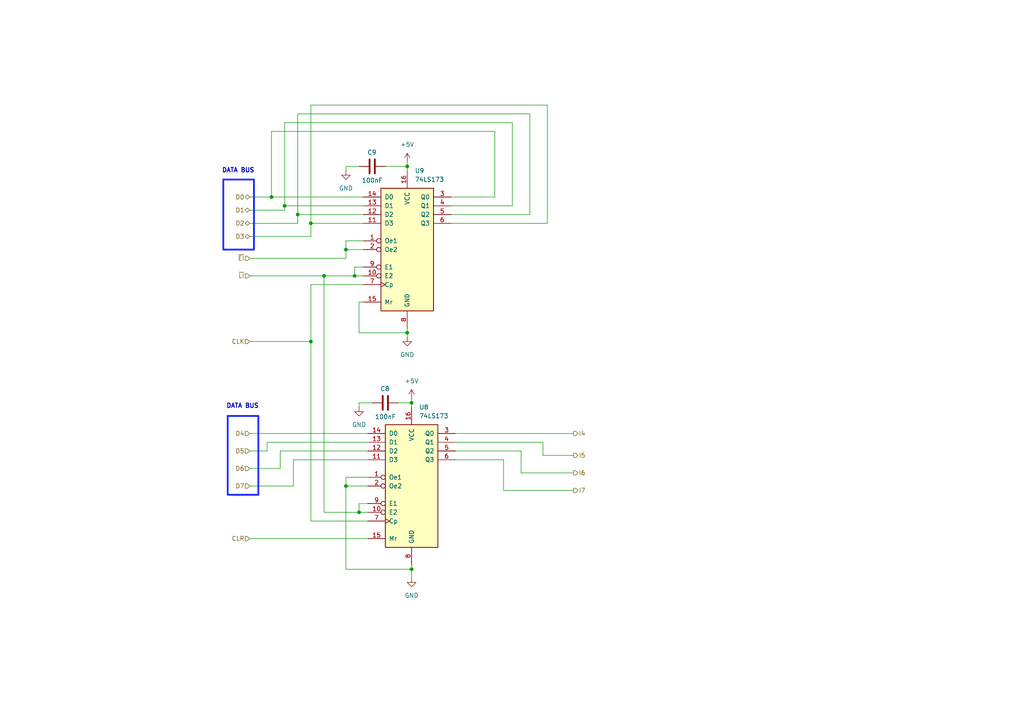
<source format=kicad_sch>
(kicad_sch (version 20231120) (generator "eeschema") (generator_version "8.0")
  (paper "A4")
  (title_block (title "ISAP-1 COMPUTER") (date "2024-11-27") (rev "Version 1") (comment 1 "by Linca Marius Gheorghe") (comment 3 "Instruction Register"))
  (lib_symbols
    (symbol "74xx:74LS173" (pin_names (offset 1.016))
      (property "Reference" "U" (at -7.62 19.05 0))
      (property "Value" "74LS173" (at -7.62 -19.05 0))
      (symbol "74LS173_1_0"
        (pin input inverted (at -12.7 2.54 0) (length 5.08) (name "Oe1") (number "1"))
        (pin input inverted (at -12.7 -7.62 0) (length 5.08) (name "E2") (number "10"))
        (pin input line (at -12.7 7.62 0) (length 5.08) (name "D3") (number "11"))
        (pin input line (at -12.7 10.16 0) (length 5.08) (name "D2") (number "12"))
        (pin input line (at -12.7 12.7 0) (length 5.08) (name "D1") (number "13"))
        (pin input line (at -12.7 15.24 0) (length 5.08) (name "D0") (number "14"))
        (pin input line (at -12.7 -15.24 0) (length 5.08) (name "Mr") (number "15"))
        (pin power_in line (at 0 22.86 270) (length 5.08) (name "VCC") (number "16"))
        (pin input inverted (at -12.7 0 0) (length 5.08) (name "Oe2") (number "2"))
        (pin tri_state line (at 12.7 15.24 180) (length 5.08) (name "Q0") (number "3"))
        (pin tri_state line (at 12.7 12.7 180) (length 5.08) (name "Q1") (number "4"))
        (pin tri_state line (at 12.7 10.16 180) (length 5.08) (name "Q2") (number "5"))
        (pin tri_state line (at 12.7 7.62 180) (length 5.08) (name "Q3") (number "6"))
        (pin input clock (at -12.7 -10.16 0) (length 5.08) (name "Cp") (number "7"))
        (pin power_in line (at 0 -22.86 90) (length 5.08) (name "GND") (number "8"))
        (pin input inverted (at -12.7 -5.08 0) (length 5.08) (name "E1") (number "9"))
      )
      (symbol "74LS173_1_1"
        (rectangle (start -7.62 17.78) (end 7.62 -17.78) (stroke (width 0.254)) (fill (type background)))
      )
    )
    (symbol "Device:C" (pin_numbers hide) (pin_names (offset 0.254))
      (property "Reference" "C" (at 0.635 2.54 0))
      (property "Value" "C" (at 0.635 -2.54 0))
      (symbol "C_0_1"
        (polyline (pts (xy -2.032 -0.762) (xy 2.032 -0.762)) (stroke (width 0.508)))
        (polyline (pts (xy -2.032 0.762) (xy 2.032 0.762)) (stroke (width 0.508)))
      )
      (symbol "C_1_1"
        (pin passive line (at 0 3.81 270) (length 2.794) (name "~") (number "1"))
        (pin passive line (at 0 -3.81 90) (length 2.794) (name "~") (number "2"))
      )
    )
    (symbol "power:+5V" (power) (pin_numbers hide) (pin_names (offset 0) hide)
      (property "Value" "+5V" (at 0 3.556 0))
      (symbol "+5V_0_1"
        (polyline (pts (xy -0.762 1.27) (xy 0 2.54)))
        (polyline (pts (xy 0 0) (xy 0 2.54)))
        (polyline (pts (xy 0 2.54) (xy 0.762 1.27)))
      )
      (symbol "+5V_1_1"
        (pin power_in line (at 0 0 90) (length 0) (name "~") (number "1"))
      )
    )
    (symbol "power:GND" (power) (pin_numbers hide) (pin_names (offset 0) hide)
      (property "Value" "GND" (at 0 -3.81 0))
      (symbol "GND_0_1"
        (polyline (pts (xy 0 0) (xy 0 -1.27) (xy 1.27 -1.27) (xy 0 -2.54) (xy -1.27 -1.27) (xy 0 -1.27)))
      )
      (symbol "GND_1_1"
        (pin power_in line (at 0 0 270) (length 0) (name "~") (number "1"))
      )
    )
  )
  (junction (at 86.36 62.23))
  (junction (at 118.11 48.26))
  (junction (at 93.98 80.01))
  (junction (at 119.38 116.84))
  (junction (at 78.74 57.15))
  (junction (at 90.17 64.77))
  (junction (at 100.33 72.39))
  (junction (at 82.55 59.69))
  (junction (at 118.11 96.52))
  (junction (at 119.38 165.1))
  (junction (at 104.14 148.59))
  (junction (at 102.87 80.01))
  (junction (at 100.33 140.97))
  (junction (at 90.17 99.06))
  (wire (pts (xy 77.47 128.27) (xy 77.47 130.81)))
  (wire (pts (xy 85.09 133.35) (xy 85.09 140.97)))
  (wire (pts (xy 106.68 128.27) (xy 77.47 128.27)))
  (wire (pts (xy 111.76 48.26) (xy 118.11 48.26)))
  (wire (pts (xy 132.08 125.73) (xy 166.37 125.73)))
  (wire (pts (xy 100.33 140.97) (xy 106.68 140.97)))
  (wire (pts (xy 130.81 59.69) (xy 148.59 59.69)))
  (wire (pts (xy 119.38 165.1) (xy 119.38 167.64)))
  (wire (pts (xy 151.13 130.81) (xy 132.08 130.81)))
  (wire (pts (xy 104.14 146.05) (xy 104.14 148.59)))
  (wire (pts (xy 78.74 57.15) (xy 105.41 57.15)))
  (wire (pts (xy 85.09 140.97) (xy 72.39 140.97)))
  (wire (pts (xy 104.14 116.84) (xy 104.14 118.11)))
  (wire (pts (xy 90.17 68.58) (xy 72.39 68.58)))
  (wire (pts (xy 157.48 132.08) (xy 157.48 128.27)))
  (wire (pts (xy 81.28 130.81) (xy 81.28 135.89)))
  (wire (pts (xy 105.41 69.85) (xy 100.33 69.85)))
  (wire (pts (xy 72.39 80.01) (xy 93.98 80.01)))
  (wire (pts (xy 105.41 62.23) (xy 86.36 62.23)))
  (wire (pts (xy 104.14 148.59) (xy 106.68 148.59)))
  (wire (pts (xy 100.33 138.43) (xy 100.33 140.97)))
  (wire (pts (xy 100.33 48.26) (xy 100.33 49.53)))
  (wire (pts (xy 105.41 59.69) (xy 82.55 59.69)))
  (wire (pts (xy 90.17 82.55) (xy 90.17 99.06)))
  (wire (pts (xy 93.98 80.01) (xy 93.98 148.59)))
  (wire (pts (xy 90.17 99.06) (xy 90.17 151.13)))
  (wire (pts (xy 81.28 135.89) (xy 72.39 135.89)))
  (wire (pts (xy 86.36 33.02) (xy 86.36 62.23)))
  (wire (pts (xy 77.47 130.81) (xy 72.39 130.81)))
  (wire (pts (xy 106.68 146.05) (xy 104.14 146.05)))
  (wire (pts (xy 119.38 116.84) (xy 119.38 118.11)))
  (wire (pts (xy 93.98 80.01) (xy 102.87 80.01)))
  (wire (pts (xy 72.39 125.73) (xy 106.68 125.73)))
  (wire (pts (xy 100.33 140.97) (xy 100.33 165.1)))
  (wire (pts (xy 100.33 72.39) (xy 105.41 72.39)))
  (wire (pts (xy 143.51 38.1) (xy 78.74 38.1)))
  (wire (pts (xy 153.67 62.23) (xy 153.67 33.02)))
  (wire (pts (xy 72.39 74.93) (xy 100.33 74.93)))
  (wire (pts (xy 153.67 33.02) (xy 86.36 33.02)))
  (wire (pts (xy 105.41 64.77) (xy 90.17 64.77)))
  (wire (pts (xy 148.59 59.69) (xy 148.59 35.56)))
  (wire (pts (xy 119.38 163.83) (xy 119.38 165.1)))
  (wire (pts (xy 90.17 30.48) (xy 90.17 64.77)))
  (wire (pts (xy 151.13 137.16) (xy 166.37 137.16)))
  (wire (pts (xy 93.98 148.59) (xy 104.14 148.59)))
  (wire (pts (xy 106.68 138.43) (xy 100.33 138.43)))
  (wire (pts (xy 102.87 80.01) (xy 105.41 80.01)))
  (wire (pts (xy 100.33 165.1) (xy 119.38 165.1)))
  (wire (pts (xy 86.36 62.23) (xy 86.36 64.77)))
  (wire (pts (xy 166.37 142.24) (xy 146.05 142.24)))
  (wire (pts (xy 100.33 74.93) (xy 100.33 72.39)))
  (wire (pts (xy 104.14 96.52) (xy 118.11 96.52)))
  (wire (pts (xy 146.05 133.35) (xy 146.05 142.24)))
  (wire (pts (xy 90.17 64.77) (xy 90.17 68.58)))
  (wire (pts (xy 148.59 35.56) (xy 82.55 35.56)))
  (wire (pts (xy 107.95 116.84) (xy 104.14 116.84)))
  (wire (pts (xy 118.11 48.26) (xy 118.11 49.53)))
  (wire (pts (xy 130.81 64.77) (xy 158.75 64.77)))
  (wire (pts (xy 158.75 64.77) (xy 158.75 30.48)))
  (wire (pts (xy 157.48 132.08) (xy 166.37 132.08)))
  (wire (pts (xy 90.17 151.13) (xy 106.68 151.13)))
  (wire (pts (xy 104.14 87.63) (xy 104.14 96.52)))
  (wire (pts (xy 72.39 99.06) (xy 90.17 99.06)))
  (wire (pts (xy 146.05 133.35) (xy 132.08 133.35)))
  (wire (pts (xy 118.11 95.25) (xy 118.11 96.52)))
  (wire (pts (xy 105.41 77.47) (xy 102.87 77.47)))
  (wire (pts (xy 86.36 64.77) (xy 72.39 64.77)))
  (wire (pts (xy 157.48 128.27) (xy 132.08 128.27)))
  (wire (pts (xy 106.68 130.81) (xy 81.28 130.81)))
  (wire (pts (xy 118.11 96.52) (xy 118.11 97.79)))
  (wire (pts (xy 151.13 137.16) (xy 151.13 130.81)))
  (wire (pts (xy 130.81 57.15) (xy 143.51 57.15)))
  (wire (pts (xy 118.11 46.99) (xy 118.11 48.26)))
  (wire (pts (xy 72.39 57.15) (xy 78.74 57.15)))
  (wire (pts (xy 143.51 57.15) (xy 143.51 38.1)))
  (wire (pts (xy 82.55 59.69) (xy 82.55 60.96)))
  (wire (pts (xy 78.74 38.1) (xy 78.74 57.15)))
  (wire (pts (xy 119.38 115.57) (xy 119.38 116.84)))
  (wire (pts (xy 72.39 156.21) (xy 106.68 156.21)))
  (wire (pts (xy 115.57 116.84) (xy 119.38 116.84)))
  (wire (pts (xy 102.87 77.47) (xy 102.87 80.01)))
  (wire (pts (xy 82.55 35.56) (xy 82.55 59.69)))
  (wire (pts (xy 72.39 60.96) (xy 82.55 60.96)))
  (wire (pts (xy 105.41 82.55) (xy 90.17 82.55)))
  (wire (pts (xy 100.33 69.85) (xy 100.33 72.39)))
  (wire (pts (xy 106.68 133.35) (xy 85.09 133.35)))
  (wire (pts (xy 105.41 87.63) (xy 104.14 87.63)))
  (wire (pts (xy 104.14 48.26) (xy 100.33 48.26)))
  (wire (pts (xy 158.75 30.48) (xy 90.17 30.48)))
  (wire (pts (xy 130.81 62.23) (xy 153.67 62.23)))
  (rectangle (start 66.04 120.65) (end 74.93 143.51) (stroke (width 0.508) (color 21 31 255 1)))
  (rectangle (start 64.77 52.07) (end 73.66 72.39) (stroke (width 0.508) (color 21 31 255 1)))
  (text "DATA BUS" (at 70.358 117.856 0) (effects (font (size 1.27 1.27) (thickness 0.254) (bold yes))))
  (text "DATA BUS" (at 69.088 49.53 0) (effects (font (size 1.27 1.27) (thickness 0.254) (bold yes))))
  (hierarchical_label "~{EI}" (shape input) (at 72.39 74.93 180))
  (hierarchical_label "D5" (shape input) (at 72.39 130.81 180))
  (hierarchical_label "I4" (shape output) (at 166.37 125.73 0))
  (hierarchical_label "~{LI}" (shape input) (at 72.39 80.01 180))
  (hierarchical_label "CLK" (shape input) (at 72.39 99.06 180))
  (hierarchical_label "I5" (shape output) (at 166.37 132.08 0))
  (hierarchical_label "D7" (shape input) (at 72.39 140.97 180))
  (hierarchical_label "I7" (shape output) (at 166.37 142.24 0))
  (hierarchical_label "D4" (shape input) (at 72.39 125.73 180))
  (hierarchical_label "I6" (shape output) (at 166.37 137.16 0))
  (hierarchical_label "D1" (shape tri_state) (at 72.39 60.96 180))
  (hierarchical_label "D2" (shape tri_state) (at 72.39 64.77 180))
  (hierarchical_label "D6" (shape input) (at 72.39 135.89 180))
  (hierarchical_label "D3" (shape tri_state) (at 72.39 68.58 180))
  (hierarchical_label "CLR" (shape input) (at 72.39 156.21 180))
  (hierarchical_label "D0" (shape tri_state) (at 72.39 57.15 180))
  (symbol (lib_id "power:GND") (at 119.38 167.64 0) (unit 1)
    (property "Reference" "#PWR039" (effects (hide yes)))
    (property "Value" "GND" (at 119.38 172.72 0))
    (property "Description" "Power symbol creates a global label with name \"GND\" , ground" (effects (hide yes)))
  )
  (symbol (lib_id "74xx:74LS173") (at 119.38 140.97 0) (unit 1)
    (property "Reference" "U8" (at 121.5741 118.11 0) (effects (justify left)))
    (property "Value" "74LS173" (at 121.5741 120.65 0) (effects (justify left)))
    (property "Footprint" "Package_DIP:DIP-16_W7.62mm_LongPads" (effects (hide yes)))
    (property "Datasheet" "http://www.ti.com/lit/gpn/sn74LS173" (effects (hide yes)))
    (property "Description" "4-bit D-type Register, 3 state out" (effects (hide yes)))
  )
  (symbol (lib_id "Device:C") (at 111.76 116.84 90) (unit 1)
    (property "Reference" "C8" (at 113.03 112.776 90) (effects (justify left)))
    (property "Value" "100nF" (at 114.808 120.904 90) (effects (justify left)))
    (property "Footprint" "Capacitor_THT:C_Disc_D5.0mm_W2.5mm_P5.00mm" (effects (hide yes)))
    (property "Description" "Unpolarized capacitor" (effects (hide yes)))
  )
  (symbol (lib_id "power:GND") (at 118.11 97.79 0) (unit 1)
    (property "Reference" "#PWR037" (effects (hide yes)))
    (property "Value" "GND" (at 118.11 102.87 0))
    (property "Description" "Power symbol creates a global label with name \"GND\" , ground" (effects (hide yes)))
  )
  (symbol (lib_id "74xx:74LS173") (at 118.11 72.39 0) (unit 1)
    (property "Reference" "U9" (at 120.3041 49.53 0) (effects (justify left)))
    (property "Value" "74LS173" (at 120.3041 52.07 0) (effects (justify left)))
    (property "Footprint" "Package_DIP:DIP-16_W7.62mm_LongPads" (effects (hide yes)))
    (property "Datasheet" "http://www.ti.com/lit/gpn/sn74LS173" (effects (hide yes)))
    (property "Description" "4-bit D-type Register, 3 state out" (effects (hide yes)))
  )
  (symbol (lib_id "power:+5V") (at 118.11 46.99 0) (unit 1)
    (property "Reference" "#PWR036" (effects (hide yes)))
    (property "Value" "+5V" (at 118.11 41.91 0))
    (property "Description" "Power symbol creates a global label with name \"+5V\"" (effects (hide yes)))
  )
  (symbol (lib_id "power:GND") (at 104.14 118.11 0) (unit 1)
    (property "Reference" "#PWR0127" (effects (hide yes)))
    (property "Value" "GND" (at 104.14 123.19 0))
    (property "Description" "Power symbol creates a global label with name \"GND\" , ground" (effects (hide yes)))
  )
  (symbol (lib_id "Device:C") (at 107.95 48.26 90) (unit 1)
    (property "Reference" "C9" (at 109.22 44.196 90) (effects (justify left)))
    (property "Value" "100nF" (at 110.998 52.324 90) (effects (justify left)))
    (property "Footprint" "Capacitor_THT:C_Disc_D5.0mm_W2.5mm_P5.00mm" (effects (hide yes)))
    (property "Description" "Unpolarized capacitor" (effects (hide yes)))
  )
  (symbol (lib_id "power:+5V") (at 119.38 115.57 0) (unit 1)
    (property "Reference" "#PWR038" (effects (hide yes)))
    (property "Value" "+5V" (at 119.38 110.49 0))
    (property "Description" "Power symbol creates a global label with name \"+5V\"" (effects (hide yes)))
  )
  (symbol (lib_id "power:GND") (at 100.33 49.53 0) (unit 1)
    (property "Reference" "#PWR0126" (effects (hide yes)))
    (property "Value" "GND" (at 100.33 54.61 0))
    (property "Description" "Power symbol creates a global label with name \"GND\" , ground" (effects (hide yes)))
  )
)
</source>
